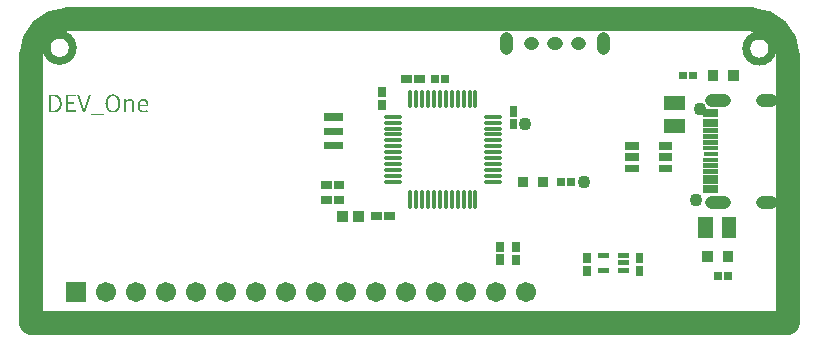
<source format=gts>
G04 Layer: TopSolderMaskLayer*
G04 EasyEDA v6.5.9, 2022-08-17 00:45:25*
G04 3d046d26f260489bb0fd4f172441b01e,e2b945bbd7ed4cf1bff08b0f7bdd4537,10*
G04 Gerber Generator version 0.2*
G04 Scale: 100 percent, Rotated: No, Reflected: No *
G04 Dimensions in millimeters *
G04 leading zeros omitted , absolute positions ,4 integer and 5 decimal *
%FSLAX45Y45*%
%MOMM*%

%ADD10C,2.0000*%
%ADD11C,1.1016*%
%ADD12C,0.3700*%
%ADD13R,1.2516X0.4016*%
%ADD14C,1.7016*%
%ADD15C,0.7000*%
%ADD16C,0.0160*%

%LPD*%
G36*
X470611Y9966401D02*
G01*
X465124Y9966198D01*
X459892Y9965537D01*
X454812Y9964470D01*
X449935Y9962997D01*
X445262Y9961118D01*
X440791Y9958832D01*
X436575Y9956190D01*
X432612Y9953142D01*
X428853Y9949738D01*
X425399Y9945979D01*
X422198Y9941864D01*
X419303Y9937394D01*
X416712Y9932568D01*
X414426Y9927386D01*
X412496Y9921900D01*
X410819Y9916109D01*
X409549Y9910013D01*
X408635Y9903612D01*
X408025Y9896906D01*
X407873Y9889947D01*
X425145Y9889947D01*
X425348Y9896906D01*
X425958Y9903510D01*
X426974Y9909759D01*
X428345Y9915652D01*
X430123Y9921138D01*
X432257Y9926218D01*
X434746Y9930841D01*
X437591Y9935108D01*
X440690Y9938867D01*
X444144Y9942169D01*
X447903Y9945014D01*
X451916Y9947351D01*
X456184Y9949230D01*
X460756Y9950551D01*
X465582Y9951364D01*
X470611Y9951669D01*
X475640Y9951364D01*
X480517Y9950551D01*
X485089Y9949230D01*
X489407Y9947351D01*
X493471Y9945014D01*
X497230Y9942169D01*
X500684Y9938867D01*
X503834Y9935108D01*
X506679Y9930841D01*
X509117Y9926218D01*
X511301Y9921138D01*
X513080Y9915652D01*
X514451Y9909759D01*
X515467Y9903510D01*
X516077Y9896906D01*
X516331Y9889947D01*
X516077Y9882936D01*
X515467Y9876282D01*
X514451Y9869982D01*
X513080Y9864039D01*
X511301Y9858502D01*
X509117Y9853320D01*
X506679Y9848596D01*
X503834Y9844278D01*
X500684Y9840417D01*
X497230Y9837013D01*
X493471Y9834067D01*
X489407Y9831628D01*
X485089Y9829749D01*
X480517Y9828326D01*
X475640Y9827463D01*
X470611Y9827209D01*
X465582Y9827463D01*
X460756Y9828326D01*
X456184Y9829749D01*
X451916Y9831628D01*
X447903Y9834067D01*
X444144Y9837013D01*
X440690Y9840417D01*
X437591Y9844278D01*
X434746Y9848596D01*
X432257Y9853320D01*
X430123Y9858502D01*
X428345Y9864039D01*
X426974Y9869982D01*
X425958Y9876282D01*
X425348Y9882936D01*
X425145Y9889947D01*
X407873Y9889947D01*
X408025Y9882936D01*
X408635Y9876231D01*
X409549Y9869779D01*
X410819Y9863632D01*
X412496Y9857790D01*
X414426Y9852253D01*
X416712Y9847021D01*
X419303Y9842144D01*
X422198Y9837623D01*
X425399Y9833406D01*
X428853Y9829546D01*
X432612Y9826040D01*
X436575Y9822942D01*
X440791Y9820249D01*
X445262Y9817912D01*
X449935Y9815982D01*
X454812Y9814458D01*
X459892Y9813340D01*
X465124Y9812680D01*
X470611Y9812477D01*
X476046Y9812680D01*
X481380Y9813340D01*
X486460Y9814458D01*
X491388Y9815982D01*
X496062Y9817912D01*
X500532Y9820249D01*
X504799Y9822942D01*
X508762Y9826040D01*
X512521Y9829546D01*
X515975Y9833406D01*
X519176Y9837623D01*
X522071Y9842144D01*
X524713Y9847021D01*
X526999Y9852253D01*
X528929Y9857790D01*
X530606Y9863632D01*
X531876Y9869779D01*
X532841Y9876231D01*
X533400Y9882936D01*
X533603Y9889947D01*
X533400Y9896906D01*
X532841Y9903612D01*
X531876Y9910013D01*
X530606Y9916109D01*
X528929Y9921900D01*
X526999Y9927386D01*
X524713Y9932568D01*
X522071Y9937394D01*
X519176Y9941864D01*
X515975Y9945979D01*
X512521Y9949738D01*
X508762Y9953142D01*
X504799Y9956190D01*
X500532Y9958832D01*
X496062Y9961118D01*
X491388Y9962997D01*
X486460Y9964470D01*
X481380Y9965537D01*
X476046Y9966198D01*
G37*
G36*
X-69138Y9963861D02*
G01*
X-69138Y9949891D01*
X-34086Y9949891D01*
X-27584Y9949637D01*
X-21437Y9948875D01*
X-15747Y9947605D01*
X-10515Y9945878D01*
X-5689Y9943642D01*
X-1320Y9940950D01*
X2692Y9937800D01*
X6197Y9934194D01*
X9347Y9930130D01*
X12039Y9925659D01*
X14325Y9920732D01*
X16205Y9915398D01*
X17627Y9909606D01*
X18643Y9903460D01*
X19304Y9896906D01*
X19507Y9889947D01*
X19304Y9883038D01*
X18643Y9876434D01*
X17627Y9870236D01*
X16205Y9864394D01*
X14325Y9858959D01*
X12039Y9853930D01*
X9347Y9849307D01*
X6197Y9845141D01*
X2692Y9841382D01*
X-1320Y9838131D01*
X-5689Y9835286D01*
X-10515Y9832949D01*
X-15747Y9831120D01*
X-21437Y9829800D01*
X-27584Y9828987D01*
X-34086Y9828733D01*
X-52374Y9828733D01*
X-52374Y9949891D01*
X-69138Y9949891D01*
X-69138Y9815017D01*
X-32054Y9815017D01*
X-25450Y9815220D01*
X-19151Y9815830D01*
X-13208Y9816896D01*
X-7569Y9818319D01*
X-2235Y9820148D01*
X2743Y9822383D01*
X7366Y9824974D01*
X11684Y9827920D01*
X15646Y9831273D01*
X19304Y9834930D01*
X22606Y9838994D01*
X25552Y9843363D01*
X28143Y9848088D01*
X30429Y9853168D01*
X32359Y9858502D01*
X33934Y9864191D01*
X35153Y9870186D01*
X36068Y9876485D01*
X36576Y9883089D01*
X36779Y9889947D01*
X36576Y9896805D01*
X36068Y9903358D01*
X35153Y9909606D01*
X33934Y9915550D01*
X32359Y9921189D01*
X30429Y9926523D01*
X28143Y9931501D01*
X25501Y9936124D01*
X22555Y9940442D01*
X19253Y9944404D01*
X15595Y9948062D01*
X11582Y9951313D01*
X7213Y9954209D01*
X2540Y9956698D01*
X-2438Y9958882D01*
X-7823Y9960660D01*
X-13512Y9962032D01*
X-19558Y9963048D01*
X-25908Y9963658D01*
X-32562Y9963861D01*
G37*
G36*
X69545Y9963861D02*
G01*
X69545Y9815017D01*
X156413Y9815017D01*
X156413Y9829241D01*
X86309Y9829241D01*
X86309Y9886391D01*
X143459Y9886391D01*
X143459Y9900615D01*
X86309Y9900615D01*
X86309Y9949637D01*
X154381Y9949637D01*
X154381Y9963861D01*
G37*
G36*
X167843Y9963861D02*
G01*
X215595Y9815017D01*
X234899Y9815017D01*
X282397Y9963861D01*
X265379Y9963861D01*
X226009Y9832543D01*
X225247Y9832543D01*
X221183Y9845141D01*
X214223Y9868966D01*
X185623Y9963861D01*
G37*
G36*
X617677Y9927539D02*
G01*
X612140Y9927132D01*
X606907Y9926066D01*
X602030Y9924338D01*
X597408Y9922052D01*
X592988Y9919258D01*
X588721Y9916058D01*
X584606Y9912553D01*
X580593Y9908743D01*
X580085Y9908743D01*
X578307Y9924745D01*
X564845Y9924745D01*
X564845Y9815017D01*
X581355Y9815017D01*
X581355Y9895281D01*
X585470Y9899396D01*
X589432Y9903002D01*
X593242Y9906050D01*
X596950Y9908540D01*
X600659Y9910521D01*
X604469Y9911943D01*
X608431Y9912756D01*
X612597Y9913061D01*
X617880Y9912604D01*
X622401Y9911283D01*
X626160Y9909048D01*
X629208Y9905796D01*
X631545Y9901580D01*
X633171Y9896348D01*
X634085Y9889998D01*
X634441Y9882581D01*
X634441Y9815017D01*
X651205Y9815017D01*
X651205Y9884613D01*
X650951Y9891369D01*
X650290Y9897567D01*
X649173Y9903206D01*
X647547Y9908286D01*
X645515Y9912756D01*
X642975Y9916617D01*
X639978Y9919970D01*
X636524Y9922662D01*
X632561Y9924796D01*
X628091Y9926320D01*
X623112Y9927234D01*
G37*
G36*
X728421Y9927539D02*
G01*
X723646Y9927285D01*
X719023Y9926523D01*
X714451Y9925253D01*
X710031Y9923526D01*
X705764Y9921341D01*
X701700Y9918649D01*
X697890Y9915550D01*
X694385Y9912045D01*
X691134Y9908082D01*
X688187Y9903764D01*
X685647Y9898989D01*
X683463Y9893909D01*
X681736Y9888423D01*
X680466Y9882581D01*
X679933Y9878517D01*
X695655Y9878517D01*
X697026Y9886442D01*
X699414Y9893503D01*
X702716Y9899599D01*
X706780Y9904679D01*
X711504Y9908692D01*
X716737Y9911638D01*
X722426Y9913467D01*
X728421Y9914077D01*
X734822Y9913518D01*
X740460Y9911791D01*
X745337Y9908997D01*
X749401Y9905034D01*
X752602Y9900005D01*
X754938Y9893909D01*
X756361Y9886746D01*
X756869Y9878517D01*
X679933Y9878517D01*
X679653Y9876383D01*
X679399Y9869881D01*
X679653Y9863277D01*
X680415Y9857028D01*
X681685Y9851186D01*
X683463Y9845700D01*
X685596Y9840569D01*
X688238Y9835845D01*
X691184Y9831527D01*
X694537Y9827666D01*
X698246Y9824161D01*
X702259Y9821113D01*
X706526Y9818522D01*
X711098Y9816388D01*
X715873Y9814661D01*
X720902Y9813442D01*
X726084Y9812731D01*
X731469Y9812477D01*
X736955Y9812680D01*
X742137Y9813340D01*
X747014Y9814407D01*
X751535Y9815779D01*
X755802Y9817455D01*
X759866Y9819335D01*
X767283Y9823653D01*
X761187Y9834575D01*
X754888Y9830816D01*
X748284Y9828022D01*
X741172Y9826294D01*
X733501Y9825685D01*
X728116Y9825990D01*
X723087Y9827006D01*
X718413Y9828580D01*
X714146Y9830816D01*
X710234Y9833559D01*
X706780Y9836861D01*
X703732Y9840671D01*
X701192Y9844938D01*
X699058Y9849662D01*
X697484Y9854844D01*
X696417Y9860381D01*
X695909Y9866325D01*
X770839Y9866325D01*
X771398Y9870795D01*
X771601Y9876231D01*
X771245Y9883902D01*
X770280Y9891064D01*
X768705Y9897618D01*
X766470Y9903612D01*
X763676Y9909048D01*
X760272Y9913772D01*
X756310Y9917887D01*
X751789Y9921290D01*
X746709Y9923983D01*
X741121Y9925913D01*
X735025Y9927132D01*
G37*
G36*
X285445Y9798507D02*
G01*
X285445Y9787077D01*
X393141Y9787077D01*
X393141Y9798507D01*
G37*
D10*
X79951Y10599978D02*
G01*
X5880039Y10599978D01*
X6184839Y10295178D02*
G01*
X6184839Y8030009D01*
X-220017Y8030009D01*
X-220030Y8030034D02*
G01*
X-220030Y8300008D01*
X-220055Y8220039D02*
G01*
X-220055Y10300035D01*
D11*
X4419841Y10399979D02*
G01*
X4399851Y10399979D01*
X4219943Y10399979D02*
G01*
X4199953Y10399979D01*
X4020096Y10399979D02*
G01*
X4000106Y10399979D01*
X3800043Y10359979D02*
G01*
X3800043Y10439979D01*
X4619929Y10359979D02*
G01*
X4619929Y10439979D01*
D12*
X2901805Y9776129D02*
G01*
X2778805Y9776129D01*
X2901805Y9726117D02*
G01*
X2778805Y9726117D01*
X2901805Y9676129D02*
G01*
X2778805Y9676129D01*
X2901805Y9626117D02*
G01*
X2778805Y9626117D01*
X2901805Y9576130D02*
G01*
X2778805Y9576130D01*
X2901805Y9526117D02*
G01*
X2778805Y9526117D01*
X2901805Y9476130D02*
G01*
X2778805Y9476130D01*
X2901805Y9426117D02*
G01*
X2778805Y9426117D01*
X2901805Y9376130D02*
G01*
X2778805Y9376130D01*
X2901805Y9326118D02*
G01*
X2778805Y9326118D01*
X2901805Y9276130D02*
G01*
X2778805Y9276130D01*
X2901805Y9226118D02*
G01*
X2778805Y9226118D01*
X2990291Y9137632D02*
G01*
X2990291Y9014630D01*
X3040303Y9137632D02*
G01*
X3040303Y9014630D01*
X3090290Y9137632D02*
G01*
X3090290Y9014630D01*
X3140303Y9137632D02*
G01*
X3140303Y9014630D01*
X3190290Y9137632D02*
G01*
X3190290Y9014630D01*
X3240303Y9137632D02*
G01*
X3240303Y9014630D01*
X3290290Y9137632D02*
G01*
X3290290Y9014630D01*
X3340303Y9137632D02*
G01*
X3340303Y9014630D01*
X3390290Y9137632D02*
G01*
X3390290Y9014630D01*
X3440302Y9137632D02*
G01*
X3440302Y9014630D01*
X3490290Y9137632D02*
G01*
X3490290Y9014630D01*
X3540302Y9137632D02*
G01*
X3540302Y9014630D01*
X3751790Y9226118D02*
G01*
X3628791Y9226118D01*
X3751790Y9276130D02*
G01*
X3628791Y9276130D01*
X3751790Y9326118D02*
G01*
X3628791Y9326118D01*
X3751790Y9376130D02*
G01*
X3628791Y9376130D01*
X3751790Y9426117D02*
G01*
X3628791Y9426117D01*
X3751790Y9476130D02*
G01*
X3628791Y9476130D01*
X3751790Y9526117D02*
G01*
X3628791Y9526117D01*
X3751790Y9576130D02*
G01*
X3628791Y9576130D01*
X3751790Y9626117D02*
G01*
X3628791Y9626117D01*
X3751790Y9676129D02*
G01*
X3628791Y9676129D01*
X3751790Y9726117D02*
G01*
X3628791Y9726117D01*
X3751790Y9776129D02*
G01*
X3628791Y9776129D01*
X3540302Y9987617D02*
G01*
X3540302Y9864615D01*
X3490290Y9987617D02*
G01*
X3490290Y9864615D01*
X3440302Y9987617D02*
G01*
X3440302Y9864615D01*
X3390290Y9987617D02*
G01*
X3390290Y9864615D01*
X3340303Y9987617D02*
G01*
X3340303Y9864615D01*
X3290290Y9987617D02*
G01*
X3290290Y9864615D01*
X3240303Y9987617D02*
G01*
X3240303Y9864615D01*
X3190290Y9987617D02*
G01*
X3190290Y9864615D01*
X3140303Y9987617D02*
G01*
X3140303Y9864615D01*
X3090290Y9987617D02*
G01*
X3090290Y9864615D01*
X3040303Y9987617D02*
G01*
X3040303Y9864615D01*
X2990291Y9987617D02*
G01*
X2990291Y9864615D01*
D11*
X5963925Y9053728D02*
G01*
X6043924Y9053728D01*
X5533941Y9917734D02*
G01*
X5643940Y9917734D01*
X5533941Y9053728D02*
G01*
X5643940Y9053728D01*
X5963925Y9917734D02*
G01*
X6043924Y9917734D01*
G36*
X5507481Y10080752D02*
G01*
X5507481Y10170921D01*
X5597652Y10170921D01*
X5597652Y10080752D01*
G37*
G36*
X5677661Y10080752D02*
G01*
X5677661Y10170921D01*
X5767831Y10170921D01*
X5767831Y10080752D01*
G37*
G36*
X5347461Y10093705D02*
G01*
X5347461Y10157968D01*
X5414263Y10157968D01*
X5414263Y10093705D01*
G37*
G36*
X5261102Y10093705D02*
G01*
X5261102Y10157968D01*
X5327650Y10157968D01*
X5327650Y10093705D01*
G37*
G36*
X2258313Y9744202D02*
G01*
X2258313Y9804145D01*
X2418079Y9804145D01*
X2418079Y9744202D01*
G37*
G36*
X2258313Y9624313D02*
G01*
X2258313Y9684258D01*
X2418079Y9684258D01*
X2418079Y9624313D01*
G37*
G36*
X2258313Y9504171D02*
G01*
X2258313Y9564115D01*
X2418079Y9564115D01*
X2418079Y9504171D01*
G37*
G36*
X5632704Y8550655D02*
G01*
X5632704Y8640826D01*
X5722874Y8640826D01*
X5722874Y8550655D01*
G37*
G36*
X5462524Y8550655D02*
G01*
X5462524Y8640826D01*
X5552693Y8640826D01*
X5552693Y8550655D01*
G37*
G36*
X5647690Y8393684D02*
G01*
X5647690Y8457692D01*
X5714238Y8457692D01*
X5714238Y8393684D01*
G37*
G36*
X5561075Y8393684D02*
G01*
X5561075Y8457692D01*
X5627877Y8457692D01*
X5627877Y8393684D01*
G37*
G36*
X3849877Y8627871D02*
G01*
X3849877Y8717026D01*
X3914140Y8717026D01*
X3914140Y8627871D01*
G37*
G36*
X3849877Y8518905D02*
G01*
X3849877Y8608060D01*
X3914140Y8608060D01*
X3914140Y8518905D01*
G37*
G36*
X2715006Y9832847D02*
G01*
X2715006Y9922002D01*
X2779268Y9922002D01*
X2779268Y9832847D01*
G37*
G36*
X2715006Y9942068D02*
G01*
X2715006Y10031221D01*
X2779268Y10031221D01*
X2779268Y9942068D01*
G37*
G36*
X3830065Y9777729D02*
G01*
X3830065Y9866884D01*
X3894327Y9866884D01*
X3894327Y9777729D01*
G37*
G36*
X3830065Y9668763D02*
G01*
X3830065Y9757918D01*
X3894327Y9757918D01*
X3894327Y9668763D01*
G37*
G36*
X2912109Y10066020D02*
G01*
X2912109Y10130028D01*
X3001263Y10130028D01*
X3001263Y10066020D01*
G37*
G36*
X3021329Y10066020D02*
G01*
X3021329Y10130028D01*
X3110484Y10130028D01*
X3110484Y10066020D01*
G37*
G36*
X3717797Y8629904D02*
G01*
X3717797Y8719058D01*
X3782059Y8719058D01*
X3782059Y8629904D01*
G37*
G36*
X3717797Y8520937D02*
G01*
X3717797Y8610092D01*
X3782059Y8610092D01*
X3782059Y8520937D01*
G37*
G36*
X2342134Y9163812D02*
G01*
X2342134Y9228074D01*
X2431288Y9228074D01*
X2431288Y9163812D01*
G37*
G36*
X2233168Y9163812D02*
G01*
X2233168Y9228074D01*
X2322322Y9228074D01*
X2322322Y9163812D01*
G37*
G36*
X2342134Y9041384D02*
G01*
X2342134Y9105645D01*
X2431288Y9105645D01*
X2431288Y9041384D01*
G37*
G36*
X2233168Y9041384D02*
G01*
X2233168Y9105645D01*
X2322322Y9105645D01*
X2322322Y9041384D01*
G37*
G36*
X2659125Y8902192D02*
G01*
X2659125Y8966200D01*
X2748279Y8966200D01*
X2748279Y8902192D01*
G37*
G36*
X2768091Y8902192D02*
G01*
X2768091Y8966200D01*
X2857245Y8966200D01*
X2857245Y8902192D01*
G37*
G36*
X4895595Y8426704D02*
G01*
X4895595Y8515858D01*
X4959858Y8515858D01*
X4959858Y8426704D01*
G37*
G36*
X4895595Y8535670D02*
G01*
X4895595Y8624824D01*
X4959858Y8624824D01*
X4959858Y8535670D01*
G37*
G36*
X4450079Y8426450D02*
G01*
X4450079Y8515604D01*
X4514341Y8515604D01*
X4514341Y8426450D01*
G37*
G36*
X4450079Y8535670D02*
G01*
X4450079Y8624824D01*
X4514341Y8624824D01*
X4514341Y8535670D01*
G37*
G36*
X5090668Y9496044D02*
G01*
X5090668Y9561321D01*
X5200650Y9561321D01*
X5200650Y9496044D01*
G37*
G36*
X5090668Y9401047D02*
G01*
X5090668Y9466326D01*
X5200650Y9466326D01*
X5200650Y9401047D01*
G37*
G36*
X5090668Y9306052D02*
G01*
X5090668Y9371329D01*
X5200650Y9371329D01*
X5200650Y9306052D01*
G37*
G36*
X4810506Y9306052D02*
G01*
X4810506Y9371329D01*
X4920741Y9371329D01*
X4920741Y9306052D01*
G37*
G36*
X4810506Y9401047D02*
G01*
X4810506Y9466326D01*
X4920741Y9466326D01*
X4920741Y9401047D01*
G37*
G36*
X4810506Y9496044D02*
G01*
X4810506Y9561321D01*
X4920741Y9561321D01*
X4920741Y9496044D01*
G37*
G36*
X4068318Y9179052D02*
G01*
X4068318Y9269221D01*
X4158488Y9269221D01*
X4158488Y9179052D01*
G37*
G36*
X3898138Y9179052D02*
G01*
X3898138Y9269221D01*
X3988308Y9269221D01*
X3988308Y9179052D01*
G37*
G36*
X3249929Y10066020D02*
G01*
X3249929Y10130028D01*
X3316477Y10130028D01*
X3316477Y10066020D01*
G37*
G36*
X3163315Y10066020D02*
G01*
X3163315Y10130028D01*
X3229863Y10130028D01*
X3229863Y10066020D01*
G37*
G36*
X4231640Y9192005D02*
G01*
X4231640Y9256268D01*
X4298188Y9256268D01*
X4298188Y9192005D01*
G37*
G36*
X4318000Y9192005D02*
G01*
X4318000Y9256268D01*
X4384802Y9256268D01*
X4384802Y9192005D01*
G37*
G36*
X2367279Y8885174D02*
G01*
X2367279Y8981947D01*
X2457450Y8981947D01*
X2457450Y8885174D01*
G37*
G36*
X2507234Y8885174D02*
G01*
X2507234Y8981947D01*
X2597404Y8981947D01*
X2597404Y8885174D01*
G37*
G36*
X4748275Y8452612D02*
G01*
X4748275Y8494268D01*
X4841747Y8494268D01*
X4841747Y8452612D01*
G37*
G36*
X4748275Y8517636D02*
G01*
X4748275Y8559292D01*
X4841747Y8559292D01*
X4841747Y8517636D01*
G37*
G36*
X4748275Y8582405D02*
G01*
X4748275Y8624062D01*
X4841747Y8624062D01*
X4841747Y8582405D01*
G37*
G36*
X4579620Y8582405D02*
G01*
X4579620Y8624062D01*
X4673345Y8624062D01*
X4673345Y8582405D01*
G37*
G36*
X4579620Y8452612D02*
G01*
X4579620Y8494268D01*
X4673345Y8494268D01*
X4673345Y8452612D01*
G37*
G36*
X5139943Y9635489D02*
G01*
X5139943Y9755886D01*
X5315458Y9755886D01*
X5315458Y9635489D01*
G37*
G36*
X5139943Y9835642D02*
G01*
X5139943Y9955784D01*
X5315458Y9955784D01*
X5315458Y9835642D01*
G37*
G36*
X5627624Y8748013D02*
G01*
X5627624Y8923274D01*
X5747765Y8923274D01*
X5747765Y8748013D01*
G37*
G36*
X5427472Y8748013D02*
G01*
X5427472Y8923274D01*
X5547868Y8923274D01*
X5547868Y8748013D01*
G37*
G36*
X5468874Y9130537D02*
G01*
X5468874Y9200895D01*
X5594095Y9200895D01*
X5594095Y9130537D01*
G37*
G36*
X5468874Y9210547D02*
G01*
X5468874Y9280905D01*
X5594095Y9280905D01*
X5594095Y9210547D01*
G37*
G36*
X5468874Y9770618D02*
G01*
X5468874Y9840721D01*
X5594095Y9840721D01*
X5594095Y9770618D01*
G37*
G36*
X5468874Y9690608D02*
G01*
X5468874Y9760712D01*
X5594095Y9760712D01*
X5594095Y9690608D01*
G37*
G36*
X5468874Y9640570D02*
G01*
X5468874Y9680702D01*
X5594095Y9680702D01*
X5594095Y9640570D01*
G37*
G36*
X5468874Y9590531D02*
G01*
X5468874Y9630918D01*
X5594095Y9630918D01*
X5594095Y9590531D01*
G37*
G36*
X5468874Y9540747D02*
G01*
X5468874Y9580879D01*
X5594095Y9580879D01*
X5594095Y9540747D01*
G37*
G36*
X5468874Y9490710D02*
G01*
X5468874Y9530842D01*
X5594095Y9530842D01*
X5594095Y9490710D01*
G37*
D13*
G01*
X5531434Y9460712D03*
G36*
X5468874Y9390634D02*
G01*
X5468874Y9430765D01*
X5594095Y9430765D01*
X5594095Y9390634D01*
G37*
G36*
X5468874Y9340595D02*
G01*
X5468874Y9380728D01*
X5594095Y9380728D01*
X5594095Y9340595D01*
G37*
G36*
X5468874Y9290558D02*
G01*
X5468874Y9330689D01*
X5594095Y9330689D01*
X5594095Y9290558D01*
G37*
G36*
X69850Y8204962D02*
G01*
X69850Y8375142D01*
X240029Y8375142D01*
X240029Y8204962D01*
G37*
D14*
G01*
X408990Y8289975D03*
G01*
X662990Y8289975D03*
G01*
X916990Y8289975D03*
G01*
X1170990Y8289975D03*
G01*
X1424990Y8289975D03*
G01*
X1678990Y8289975D03*
G01*
X1932990Y8289975D03*
G01*
X2186990Y8289975D03*
G01*
X2440990Y8289975D03*
G01*
X2694990Y8289975D03*
G01*
X2948990Y8289975D03*
G01*
X3202990Y8289975D03*
G01*
X3456990Y8289975D03*
G01*
X3710990Y8289975D03*
G01*
X3964990Y8289975D03*
D11*
G01*
X4458182Y9224213D03*
G01*
X3958183Y9714204D03*
G01*
X5409996Y9069984D03*
G01*
X5437682Y9845725D03*
D10*
G75*
G01*
X5883933Y10598031D02*
G02*
X6183932Y10298031I0J-300000D01*
G75*
G01*
X-220055Y10300033D02*
G02*
X79944Y10600032I299999J0D01*
D15*
G75*
G01
X6055131Y10353980D02*
G03X6055131Y10353980I-111150J0D01*
G75*
G01
X131140Y10359974D02*
G03X131140Y10359974I-111150J0D01*
M02*

</source>
